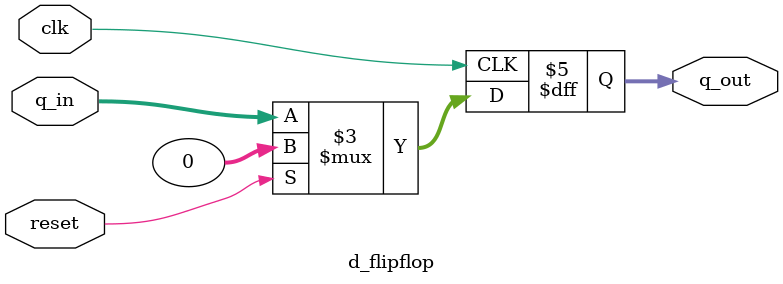
<source format=sv>
module d_flipflop(
    input logic clk,reset,
    input logic [31:0] q_in,
    output logic [31:0] q_out
);

always_ff @(posedge clk) begin
    if(reset)
        q_out <= 32'b0;
    else 
        q_out <= q_in;
end


endmodule
</source>
